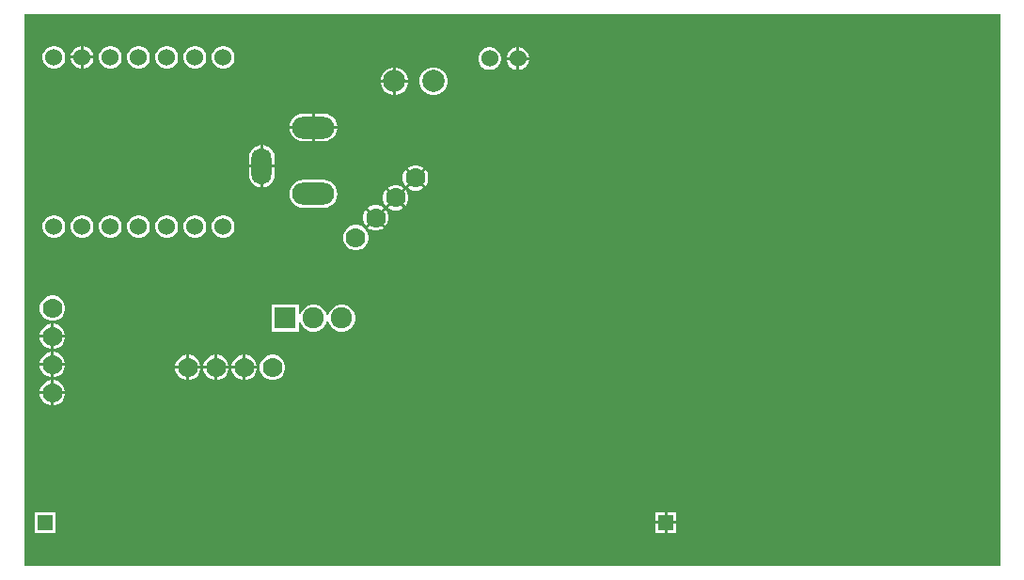
<source format=gbl>
G04*
G04 #@! TF.GenerationSoftware,Altium Limited,Altium Designer,23.6.0 (18)*
G04*
G04 Layer_Physical_Order=2*
G04 Layer_Color=16711680*
%FSLAX44Y44*%
%MOMM*%
G71*
G04*
G04 #@! TF.SameCoordinates,ED8AAE0A-B065-4D16-9A39-343322C78E29*
G04*
G04*
G04 #@! TF.FilePolarity,Positive*
G04*
G01*
G75*
%ADD34C,1.7780*%
%ADD35R,1.9200X1.9200*%
%ADD36C,1.9200*%
%ADD37C,1.5240*%
%ADD38R,1.3700X1.3700*%
%ADD39O,3.8000X2.0000*%
%ADD40O,1.8000X3.3000*%
%ADD41C,2.0000*%
%ADD42C,0.6350*%
G36*
X883820Y5179D02*
X5179D01*
Y502821D01*
X883820D01*
Y5179D01*
D02*
G37*
%LPC*%
G36*
X58488Y473710D02*
X58420D01*
Y464820D01*
X67310D01*
Y464888D01*
X66618Y467472D01*
X65280Y469788D01*
X63388Y471680D01*
X61072Y473018D01*
X58488Y473710D01*
D02*
G37*
G36*
X55880D02*
X55812D01*
X53228Y473018D01*
X50912Y471680D01*
X49020Y469788D01*
X47682Y467472D01*
X46990Y464888D01*
Y464820D01*
X55880D01*
Y473710D01*
D02*
G37*
G36*
X450918Y472440D02*
X450850D01*
Y463550D01*
X459740D01*
Y463618D01*
X459048Y466202D01*
X457710Y468518D01*
X455818Y470410D01*
X453502Y471748D01*
X450918Y472440D01*
D02*
G37*
G36*
X448310D02*
X448242D01*
X445658Y471748D01*
X443342Y470410D01*
X441450Y468518D01*
X440112Y466202D01*
X439420Y463618D01*
Y463550D01*
X448310D01*
Y472440D01*
D02*
G37*
G36*
X185488Y473710D02*
X182812D01*
X180228Y473018D01*
X177912Y471680D01*
X176020Y469788D01*
X174682Y467472D01*
X173990Y464888D01*
Y462212D01*
X174682Y459628D01*
X176020Y457312D01*
X177912Y455420D01*
X180228Y454082D01*
X182812Y453390D01*
X185488D01*
X188072Y454082D01*
X190388Y455420D01*
X192280Y457312D01*
X193618Y459628D01*
X194310Y462212D01*
Y464888D01*
X193618Y467472D01*
X192280Y469788D01*
X190388Y471680D01*
X188072Y473018D01*
X185488Y473710D01*
D02*
G37*
G36*
X160088D02*
X157412D01*
X154828Y473018D01*
X152512Y471680D01*
X150620Y469788D01*
X149282Y467472D01*
X148590Y464888D01*
Y462212D01*
X149282Y459628D01*
X150620Y457312D01*
X152512Y455420D01*
X154828Y454082D01*
X157412Y453390D01*
X160088D01*
X162672Y454082D01*
X164988Y455420D01*
X166880Y457312D01*
X168218Y459628D01*
X168910Y462212D01*
Y464888D01*
X168218Y467472D01*
X166880Y469788D01*
X164988Y471680D01*
X162672Y473018D01*
X160088Y473710D01*
D02*
G37*
G36*
X134688D02*
X132012D01*
X129428Y473018D01*
X127112Y471680D01*
X125220Y469788D01*
X123882Y467472D01*
X123190Y464888D01*
Y462212D01*
X123882Y459628D01*
X125220Y457312D01*
X127112Y455420D01*
X129428Y454082D01*
X132012Y453390D01*
X134688D01*
X137272Y454082D01*
X139588Y455420D01*
X141480Y457312D01*
X142818Y459628D01*
X143510Y462212D01*
Y464888D01*
X142818Y467472D01*
X141480Y469788D01*
X139588Y471680D01*
X137272Y473018D01*
X134688Y473710D01*
D02*
G37*
G36*
X109288D02*
X106612D01*
X104028Y473018D01*
X101712Y471680D01*
X99820Y469788D01*
X98482Y467472D01*
X97790Y464888D01*
Y462212D01*
X98482Y459628D01*
X99820Y457312D01*
X101712Y455420D01*
X104028Y454082D01*
X106612Y453390D01*
X109288D01*
X111872Y454082D01*
X114188Y455420D01*
X116080Y457312D01*
X117418Y459628D01*
X118110Y462212D01*
Y464888D01*
X117418Y467472D01*
X116080Y469788D01*
X114188Y471680D01*
X111872Y473018D01*
X109288Y473710D01*
D02*
G37*
G36*
X83888D02*
X81212D01*
X78628Y473018D01*
X76312Y471680D01*
X74420Y469788D01*
X73082Y467472D01*
X72390Y464888D01*
Y462212D01*
X73082Y459628D01*
X74420Y457312D01*
X76312Y455420D01*
X78628Y454082D01*
X81212Y453390D01*
X83888D01*
X86472Y454082D01*
X88788Y455420D01*
X90680Y457312D01*
X92018Y459628D01*
X92710Y462212D01*
Y464888D01*
X92018Y467472D01*
X90680Y469788D01*
X88788Y471680D01*
X86472Y473018D01*
X83888Y473710D01*
D02*
G37*
G36*
X67310Y462280D02*
X58420D01*
Y453390D01*
X58488D01*
X61072Y454082D01*
X63388Y455420D01*
X65280Y457312D01*
X66618Y459628D01*
X67310Y462212D01*
Y462280D01*
D02*
G37*
G36*
X55880D02*
X46990D01*
Y462212D01*
X47682Y459628D01*
X49020Y457312D01*
X50912Y455420D01*
X53228Y454082D01*
X55812Y453390D01*
X55880D01*
Y462280D01*
D02*
G37*
G36*
X33088Y473710D02*
X30412D01*
X27828Y473018D01*
X25512Y471680D01*
X23620Y469788D01*
X22282Y467472D01*
X21590Y464888D01*
Y462212D01*
X22282Y459628D01*
X23620Y457312D01*
X25512Y455420D01*
X27828Y454082D01*
X30412Y453390D01*
X33088D01*
X35672Y454082D01*
X37988Y455420D01*
X39880Y457312D01*
X41218Y459628D01*
X41910Y462212D01*
Y464888D01*
X41218Y467472D01*
X39880Y469788D01*
X37988Y471680D01*
X35672Y473018D01*
X33088Y473710D01*
D02*
G37*
G36*
X459740Y461010D02*
X450850D01*
Y452120D01*
X450918D01*
X453502Y452812D01*
X455818Y454150D01*
X457710Y456042D01*
X459048Y458358D01*
X459740Y460942D01*
Y461010D01*
D02*
G37*
G36*
X448310D02*
X439420D01*
Y460942D01*
X440112Y458358D01*
X441450Y456042D01*
X443342Y454150D01*
X445658Y452812D01*
X448242Y452120D01*
X448310D01*
Y461010D01*
D02*
G37*
G36*
X425518Y472440D02*
X422842D01*
X420258Y471748D01*
X417942Y470410D01*
X416050Y468518D01*
X414712Y466202D01*
X414020Y463618D01*
Y460942D01*
X414712Y458358D01*
X416050Y456042D01*
X417942Y454150D01*
X420258Y452812D01*
X422842Y452120D01*
X425518D01*
X428102Y452812D01*
X430418Y454150D01*
X432310Y456042D01*
X433648Y458358D01*
X434340Y460942D01*
Y463618D01*
X433648Y466202D01*
X432310Y468518D01*
X430418Y470410D01*
X428102Y471748D01*
X425518Y472440D01*
D02*
G37*
G36*
X340031Y454500D02*
X339650D01*
Y443230D01*
X350920D01*
Y443611D01*
X350066Y446800D01*
X348415Y449660D01*
X346080Y451995D01*
X343221Y453645D01*
X340031Y454500D01*
D02*
G37*
G36*
X337110D02*
X336729D01*
X333540Y453645D01*
X330681Y451995D01*
X328346Y449660D01*
X326695Y446800D01*
X325840Y443611D01*
Y443230D01*
X337110D01*
Y454500D01*
D02*
G37*
G36*
X375031D02*
X371729D01*
X368540Y453645D01*
X365680Y451995D01*
X363345Y449660D01*
X361695Y446800D01*
X360840Y443611D01*
Y440309D01*
X361695Y437120D01*
X363345Y434260D01*
X365680Y431926D01*
X368540Y430275D01*
X371729Y429420D01*
X375031D01*
X378220Y430275D01*
X381080Y431926D01*
X383414Y434260D01*
X385065Y437120D01*
X385920Y440309D01*
Y443611D01*
X385065Y446800D01*
X383414Y449660D01*
X381080Y451995D01*
X378220Y453645D01*
X375031Y454500D01*
D02*
G37*
G36*
X350920Y440690D02*
X339650D01*
Y429420D01*
X340031D01*
X343221Y430275D01*
X346080Y431926D01*
X348415Y434260D01*
X350066Y437120D01*
X350920Y440309D01*
Y440690D01*
D02*
G37*
G36*
X337110D02*
X325840D01*
Y440309D01*
X326695Y437120D01*
X328346Y434260D01*
X330681Y431926D01*
X333540Y430275D01*
X336729Y429420D01*
X337110D01*
Y440690D01*
D02*
G37*
G36*
X274430Y413008D02*
X266700D01*
Y401630D01*
X286911D01*
X286647Y403633D01*
X285384Y406684D01*
X283374Y409304D01*
X280754Y411314D01*
X277704Y412577D01*
X274430Y413008D01*
D02*
G37*
G36*
X264160D02*
X256430D01*
X253156Y412577D01*
X250106Y411314D01*
X247486Y409304D01*
X245476Y406684D01*
X244213Y403633D01*
X243949Y401630D01*
X264160D01*
Y413008D01*
D02*
G37*
G36*
X286911Y399090D02*
X266700D01*
Y387712D01*
X274430D01*
X277704Y388143D01*
X280754Y389406D01*
X283374Y391416D01*
X285384Y394036D01*
X286647Y397086D01*
X286911Y399090D01*
D02*
G37*
G36*
X264160D02*
X243949D01*
X244213Y397086D01*
X245476Y394036D01*
X247486Y391416D01*
X250106Y389406D01*
X253156Y388143D01*
X256430Y387712D01*
X264160D01*
Y399090D01*
D02*
G37*
G36*
X220200Y384333D02*
Y366630D01*
X230570D01*
Y372860D01*
X230173Y375873D01*
X229010Y378680D01*
X227161Y381091D01*
X224750Y382940D01*
X221943Y384103D01*
X220200Y384333D01*
D02*
G37*
G36*
X217660D02*
X215918Y384103D01*
X213110Y382940D01*
X210700Y381091D01*
X208850Y378680D01*
X207687Y375873D01*
X207291Y372860D01*
Y366630D01*
X217660D01*
Y384333D01*
D02*
G37*
G36*
X358916Y366301D02*
X355907D01*
X353000Y365523D01*
X350393Y364018D01*
X350227Y363852D01*
X357411Y356668D01*
X364596Y363852D01*
X364430Y364018D01*
X361823Y365523D01*
X358916Y366301D01*
D02*
G37*
G36*
X366392Y362056D02*
X359208Y354871D01*
X366392Y347687D01*
X366558Y347853D01*
X368063Y350460D01*
X368842Y353367D01*
Y356376D01*
X368063Y359283D01*
X366558Y361890D01*
X366392Y362056D01*
D02*
G37*
G36*
X348431D02*
X348265Y361890D01*
X346760Y359283D01*
X345981Y356376D01*
Y353367D01*
X346760Y350460D01*
X348265Y347853D01*
X348431Y347687D01*
X355616Y354871D01*
X348431Y362056D01*
D02*
G37*
G36*
X230570Y364090D02*
X220200D01*
Y346388D01*
X221943Y346617D01*
X224750Y347780D01*
X227161Y349630D01*
X229010Y352040D01*
X230173Y354848D01*
X230570Y357860D01*
Y364090D01*
D02*
G37*
G36*
X217660D02*
X207291D01*
Y357860D01*
X207687Y354848D01*
X208850Y352040D01*
X210700Y349630D01*
X213110Y347780D01*
X215918Y346617D01*
X217660Y346388D01*
Y364090D01*
D02*
G37*
G36*
X357411Y353075D02*
X350227Y345891D01*
X350393Y345725D01*
X353000Y344221D01*
X355907Y343442D01*
X358916D01*
X361823Y344221D01*
X364430Y345725D01*
X364596Y345891D01*
X357411Y353075D01*
D02*
G37*
G36*
X340956Y348341D02*
X337946D01*
X335039Y347562D01*
X332433Y346057D01*
X332267Y345891D01*
X339451Y338707D01*
X346635Y345891D01*
X346469Y346057D01*
X343863Y347562D01*
X340956Y348341D01*
D02*
G37*
G36*
X348431Y344095D02*
X341247Y336911D01*
X348431Y329727D01*
X348597Y329893D01*
X350102Y332499D01*
X350881Y335406D01*
Y338416D01*
X350102Y341323D01*
X348597Y343929D01*
X348431Y344095D01*
D02*
G37*
G36*
X330471D02*
X330305Y343929D01*
X328800Y341323D01*
X328021Y338416D01*
Y335406D01*
X328800Y332499D01*
X330305Y329893D01*
X330471Y329727D01*
X337655Y336911D01*
X330471Y344095D01*
D02*
G37*
G36*
X274430Y353008D02*
X256430D01*
X253156Y352577D01*
X250106Y351314D01*
X247486Y349304D01*
X245476Y346684D01*
X244213Y343634D01*
X243782Y340360D01*
X244213Y337086D01*
X245476Y334036D01*
X247486Y331416D01*
X250106Y329406D01*
X253156Y328143D01*
X256430Y327712D01*
X274430D01*
X277704Y328143D01*
X280754Y329406D01*
X283374Y331416D01*
X285384Y334036D01*
X286647Y337086D01*
X287078Y340360D01*
X286647Y343634D01*
X285384Y346684D01*
X283374Y349304D01*
X280754Y351314D01*
X277704Y352577D01*
X274430Y353008D01*
D02*
G37*
G36*
X339451Y335115D02*
X332267Y327931D01*
X332433Y327765D01*
X335039Y326260D01*
X337946Y325481D01*
X340956D01*
X343863Y326260D01*
X346469Y327765D01*
X346635Y327931D01*
X339451Y335115D01*
D02*
G37*
G36*
X322995Y330381D02*
X319986D01*
X317079Y329602D01*
X314472Y328097D01*
X314306Y327931D01*
X321491Y320747D01*
X328675Y327931D01*
X328509Y328097D01*
X325902Y329602D01*
X322995Y330381D01*
D02*
G37*
G36*
X330471Y326135D02*
X323287Y318951D01*
X330471Y311766D01*
X330637Y311932D01*
X332142Y314539D01*
X332920Y317446D01*
Y320455D01*
X332142Y323362D01*
X330637Y325969D01*
X330471Y326135D01*
D02*
G37*
G36*
X312510D02*
X312344Y325969D01*
X310840Y323362D01*
X310061Y320455D01*
Y317446D01*
X310840Y314539D01*
X312344Y311932D01*
X312510Y311766D01*
X319694Y318951D01*
X312510Y326135D01*
D02*
G37*
G36*
X321491Y317155D02*
X314306Y309970D01*
X314472Y309804D01*
X317079Y308300D01*
X319986Y307521D01*
X322995D01*
X325902Y308300D01*
X328509Y309804D01*
X328675Y309970D01*
X321491Y317155D01*
D02*
G37*
G36*
X185488Y321310D02*
X182812D01*
X180228Y320618D01*
X177912Y319280D01*
X176020Y317388D01*
X174682Y315072D01*
X173990Y312488D01*
Y309812D01*
X174682Y307228D01*
X176020Y304912D01*
X177912Y303020D01*
X180228Y301682D01*
X182812Y300990D01*
X185488D01*
X188072Y301682D01*
X190388Y303020D01*
X192280Y304912D01*
X193618Y307228D01*
X194310Y309812D01*
Y312488D01*
X193618Y315072D01*
X192280Y317388D01*
X190388Y319280D01*
X188072Y320618D01*
X185488Y321310D01*
D02*
G37*
G36*
X160088D02*
X157412D01*
X154828Y320618D01*
X152512Y319280D01*
X150620Y317388D01*
X149282Y315072D01*
X148590Y312488D01*
Y309812D01*
X149282Y307228D01*
X150620Y304912D01*
X152512Y303020D01*
X154828Y301682D01*
X157412Y300990D01*
X160088D01*
X162672Y301682D01*
X164988Y303020D01*
X166880Y304912D01*
X168218Y307228D01*
X168910Y309812D01*
Y312488D01*
X168218Y315072D01*
X166880Y317388D01*
X164988Y319280D01*
X162672Y320618D01*
X160088Y321310D01*
D02*
G37*
G36*
X134688D02*
X132012D01*
X129428Y320618D01*
X127112Y319280D01*
X125220Y317388D01*
X123882Y315072D01*
X123190Y312488D01*
Y309812D01*
X123882Y307228D01*
X125220Y304912D01*
X127112Y303020D01*
X129428Y301682D01*
X132012Y300990D01*
X134688D01*
X137272Y301682D01*
X139588Y303020D01*
X141480Y304912D01*
X142818Y307228D01*
X143510Y309812D01*
Y312488D01*
X142818Y315072D01*
X141480Y317388D01*
X139588Y319280D01*
X137272Y320618D01*
X134688Y321310D01*
D02*
G37*
G36*
X109288D02*
X106612D01*
X104028Y320618D01*
X101712Y319280D01*
X99820Y317388D01*
X98482Y315072D01*
X97790Y312488D01*
Y309812D01*
X98482Y307228D01*
X99820Y304912D01*
X101712Y303020D01*
X104028Y301682D01*
X106612Y300990D01*
X109288D01*
X111872Y301682D01*
X114188Y303020D01*
X116080Y304912D01*
X117418Y307228D01*
X118110Y309812D01*
Y312488D01*
X117418Y315072D01*
X116080Y317388D01*
X114188Y319280D01*
X111872Y320618D01*
X109288Y321310D01*
D02*
G37*
G36*
X83888D02*
X81212D01*
X78628Y320618D01*
X76312Y319280D01*
X74420Y317388D01*
X73082Y315072D01*
X72390Y312488D01*
Y309812D01*
X73082Y307228D01*
X74420Y304912D01*
X76312Y303020D01*
X78628Y301682D01*
X81212Y300990D01*
X83888D01*
X86472Y301682D01*
X88788Y303020D01*
X90680Y304912D01*
X92018Y307228D01*
X92710Y309812D01*
Y312488D01*
X92018Y315072D01*
X90680Y317388D01*
X88788Y319280D01*
X86472Y320618D01*
X83888Y321310D01*
D02*
G37*
G36*
X58488D02*
X55812D01*
X53228Y320618D01*
X50912Y319280D01*
X49020Y317388D01*
X47682Y315072D01*
X46990Y312488D01*
Y309812D01*
X47682Y307228D01*
X49020Y304912D01*
X50912Y303020D01*
X53228Y301682D01*
X55812Y300990D01*
X58488D01*
X61072Y301682D01*
X63388Y303020D01*
X65280Y304912D01*
X66618Y307228D01*
X67310Y309812D01*
Y312488D01*
X66618Y315072D01*
X65280Y317388D01*
X63388Y319280D01*
X61072Y320618D01*
X58488Y321310D01*
D02*
G37*
G36*
X33088D02*
X30412D01*
X27828Y320618D01*
X25512Y319280D01*
X23620Y317388D01*
X22282Y315072D01*
X21590Y312488D01*
Y309812D01*
X22282Y307228D01*
X23620Y304912D01*
X25512Y303020D01*
X27828Y301682D01*
X30412Y300990D01*
X33088D01*
X35672Y301682D01*
X37988Y303020D01*
X39880Y304912D01*
X41218Y307228D01*
X41910Y309812D01*
Y312488D01*
X41218Y315072D01*
X39880Y317388D01*
X37988Y319280D01*
X35672Y320618D01*
X33088Y321310D01*
D02*
G37*
G36*
X305035Y312420D02*
X302025D01*
X299118Y311641D01*
X296512Y310136D01*
X294384Y308008D01*
X292879Y305402D01*
X292100Y302495D01*
Y299485D01*
X292879Y296578D01*
X294384Y293972D01*
X296512Y291844D01*
X299118Y290339D01*
X302025Y289560D01*
X305035D01*
X307942Y290339D01*
X310548Y291844D01*
X312676Y293972D01*
X314181Y296578D01*
X314960Y299485D01*
Y302495D01*
X314181Y305402D01*
X312676Y308008D01*
X310548Y310136D01*
X307942Y311641D01*
X305035Y312420D01*
D02*
G37*
G36*
X292428Y240740D02*
X289232D01*
X286144Y239913D01*
X283376Y238314D01*
X281116Y236054D01*
X279517Y233286D01*
X278787Y230562D01*
X277473D01*
X276743Y233286D01*
X275144Y236054D01*
X272884Y238314D01*
X270116Y239913D01*
X267028Y240740D01*
X263832D01*
X260744Y239913D01*
X257976Y238314D01*
X255716Y236054D01*
X254117Y233286D01*
X253440Y230758D01*
X252170Y230925D01*
Y240740D01*
X227890D01*
Y216460D01*
X252170D01*
Y226275D01*
X253440Y226442D01*
X254117Y223914D01*
X255716Y221146D01*
X257976Y218886D01*
X260744Y217287D01*
X263832Y216460D01*
X267028D01*
X270116Y217287D01*
X272884Y218886D01*
X275144Y221146D01*
X276743Y223914D01*
X277473Y226638D01*
X278787D01*
X279517Y223914D01*
X281116Y221146D01*
X283376Y218886D01*
X286144Y217287D01*
X289232Y216460D01*
X292428D01*
X295516Y217287D01*
X298284Y218886D01*
X300544Y221146D01*
X302143Y223914D01*
X302970Y227002D01*
Y230198D01*
X302143Y233286D01*
X300544Y236054D01*
X298284Y238314D01*
X295516Y239913D01*
X292428Y240740D01*
D02*
G37*
G36*
X31985Y248920D02*
X28975D01*
X26068Y248141D01*
X23462Y246636D01*
X21334Y244508D01*
X19829Y241902D01*
X19050Y238995D01*
Y235985D01*
X19829Y233078D01*
X21334Y230472D01*
X23462Y228344D01*
X26068Y226839D01*
X28975Y226060D01*
X31985D01*
X34892Y226839D01*
X37498Y228344D01*
X39626Y230472D01*
X41131Y233078D01*
X41910Y235985D01*
Y238995D01*
X41131Y241902D01*
X39626Y244508D01*
X37498Y246636D01*
X34892Y248141D01*
X31985Y248920D01*
D02*
G37*
G36*
Y223520D02*
X31750D01*
Y213360D01*
X41910D01*
Y213595D01*
X41131Y216502D01*
X39626Y219108D01*
X37498Y221236D01*
X34892Y222741D01*
X31985Y223520D01*
D02*
G37*
G36*
X29210D02*
X28975D01*
X26068Y222741D01*
X23462Y221236D01*
X21334Y219108D01*
X19829Y216502D01*
X19050Y213595D01*
Y213360D01*
X29210D01*
Y223520D01*
D02*
G37*
G36*
X41910Y210820D02*
X31750D01*
Y200660D01*
X31985D01*
X34892Y201439D01*
X37498Y202944D01*
X39626Y205072D01*
X41131Y207678D01*
X41910Y210585D01*
Y210820D01*
D02*
G37*
G36*
X29210D02*
X19050D01*
Y210585D01*
X19829Y207678D01*
X21334Y205072D01*
X23462Y202944D01*
X26068Y201439D01*
X28975Y200660D01*
X29210D01*
Y210820D01*
D02*
G37*
G36*
X31985Y198120D02*
X31750D01*
Y187960D01*
X41910D01*
Y188195D01*
X41131Y191102D01*
X39626Y193708D01*
X37498Y195836D01*
X34892Y197341D01*
X31985Y198120D01*
D02*
G37*
G36*
X29210D02*
X28975D01*
X26068Y197341D01*
X23462Y195836D01*
X21334Y193708D01*
X19829Y191102D01*
X19050Y188195D01*
Y187960D01*
X29210D01*
Y198120D01*
D02*
G37*
G36*
X204705Y195580D02*
X204470D01*
Y185420D01*
X214630D01*
Y185655D01*
X213851Y188562D01*
X212346Y191168D01*
X210218Y193296D01*
X207612Y194801D01*
X204705Y195580D01*
D02*
G37*
G36*
X201930D02*
X201695D01*
X198788Y194801D01*
X196182Y193296D01*
X194054Y191168D01*
X192549Y188562D01*
X191770Y185655D01*
Y185420D01*
X201930D01*
Y195580D01*
D02*
G37*
G36*
X153905Y195580D02*
X153670D01*
Y185420D01*
X163830D01*
Y185655D01*
X163051Y188562D01*
X161546Y191168D01*
X159418Y193296D01*
X156812Y194801D01*
X153905Y195580D01*
D02*
G37*
G36*
X151130D02*
X150895D01*
X147988Y194801D01*
X145382Y193296D01*
X143254Y191168D01*
X141749Y188562D01*
X140970Y185655D01*
Y185420D01*
X151130D01*
Y195580D01*
D02*
G37*
G36*
X179305Y195580D02*
X179070D01*
Y185420D01*
X189230D01*
Y185655D01*
X188451Y188562D01*
X186946Y191168D01*
X184818Y193296D01*
X182212Y194801D01*
X179305Y195580D01*
D02*
G37*
G36*
X176530D02*
X176295D01*
X173388Y194801D01*
X170782Y193296D01*
X168654Y191168D01*
X167149Y188562D01*
X166370Y185655D01*
Y185420D01*
X176530D01*
Y195580D01*
D02*
G37*
G36*
X41910Y185420D02*
X31750D01*
Y175260D01*
X31985D01*
X34892Y176039D01*
X37498Y177544D01*
X39626Y179672D01*
X41131Y182278D01*
X41910Y185185D01*
Y185420D01*
D02*
G37*
G36*
X29210D02*
X19050D01*
Y185185D01*
X19829Y182278D01*
X21334Y179672D01*
X23462Y177544D01*
X26068Y176039D01*
X28975Y175260D01*
X29210D01*
Y185420D01*
D02*
G37*
G36*
X214630Y182880D02*
X204470D01*
Y172720D01*
X204705D01*
X207612Y173499D01*
X210218Y175004D01*
X212346Y177132D01*
X213851Y179738D01*
X214630Y182645D01*
Y182880D01*
D02*
G37*
G36*
X201930D02*
X191770D01*
Y182645D01*
X192549Y179738D01*
X194054Y177132D01*
X196182Y175004D01*
X198788Y173499D01*
X201695Y172720D01*
X201930D01*
Y182880D01*
D02*
G37*
G36*
X230105Y195580D02*
X227095D01*
X224188Y194801D01*
X221582Y193296D01*
X219454Y191168D01*
X217949Y188562D01*
X217170Y185655D01*
Y182645D01*
X217949Y179738D01*
X219454Y177132D01*
X221582Y175004D01*
X224188Y173499D01*
X227095Y172720D01*
X230105D01*
X233012Y173499D01*
X235618Y175004D01*
X237746Y177132D01*
X239251Y179738D01*
X240030Y182645D01*
Y185655D01*
X239251Y188562D01*
X237746Y191168D01*
X235618Y193296D01*
X233012Y194801D01*
X230105Y195580D01*
D02*
G37*
G36*
X163830Y182880D02*
X153670D01*
Y172720D01*
X153905D01*
X156812Y173499D01*
X159418Y175004D01*
X161546Y177132D01*
X163051Y179738D01*
X163830Y182645D01*
Y182880D01*
D02*
G37*
G36*
X151130D02*
X140970D01*
Y182645D01*
X141749Y179738D01*
X143254Y177132D01*
X145382Y175004D01*
X147988Y173499D01*
X150895Y172720D01*
X151130D01*
Y182880D01*
D02*
G37*
G36*
X189230Y182880D02*
X179070D01*
Y172720D01*
X179305D01*
X182212Y173499D01*
X184818Y175004D01*
X186946Y177132D01*
X188451Y179738D01*
X189230Y182645D01*
Y182880D01*
D02*
G37*
G36*
X176530D02*
X166370D01*
Y182645D01*
X167149Y179738D01*
X168654Y177132D01*
X170782Y175004D01*
X173388Y173499D01*
X176295Y172720D01*
X176530D01*
Y182880D01*
D02*
G37*
G36*
X31985Y172720D02*
X31750D01*
Y162560D01*
X41910D01*
Y162795D01*
X41131Y165702D01*
X39626Y168308D01*
X37498Y170436D01*
X34892Y171941D01*
X31985Y172720D01*
D02*
G37*
G36*
X29210D02*
X28975D01*
X26068Y171941D01*
X23462Y170436D01*
X21334Y168308D01*
X19829Y165702D01*
X19050Y162795D01*
Y162560D01*
X29210D01*
Y172720D01*
D02*
G37*
G36*
X41910Y160020D02*
X31750D01*
Y149860D01*
X31985D01*
X34892Y150639D01*
X37498Y152144D01*
X39626Y154272D01*
X41131Y156878D01*
X41910Y159785D01*
Y160020D01*
D02*
G37*
G36*
X29210D02*
X19050D01*
Y159785D01*
X19829Y156878D01*
X21334Y154272D01*
X23462Y152144D01*
X26068Y150639D01*
X28975Y149860D01*
X29210D01*
Y160020D01*
D02*
G37*
G36*
X592320Y53840D02*
X584200D01*
Y45720D01*
X592320D01*
Y53840D01*
D02*
G37*
G36*
X581660D02*
X573540D01*
Y45720D01*
X581660D01*
Y53840D01*
D02*
G37*
G36*
X592320Y43180D02*
X584200D01*
Y35060D01*
X592320D01*
Y43180D01*
D02*
G37*
G36*
X581660D02*
X573540D01*
Y35060D01*
X581660D01*
Y43180D01*
D02*
G37*
G36*
X33520Y53840D02*
X14740D01*
Y35060D01*
X33520D01*
Y53840D01*
D02*
G37*
%LPD*%
D34*
X177800Y184150D02*
D03*
X152400Y184150D02*
D03*
X228600D02*
D03*
X203200Y184150D02*
D03*
X339451Y336911D02*
D03*
X357411Y354871D02*
D03*
X303530Y300990D02*
D03*
X321491Y318951D02*
D03*
X30480Y212090D02*
D03*
Y237490D02*
D03*
Y161290D02*
D03*
Y186690D02*
D03*
D35*
X240030Y228600D02*
D03*
D36*
X265430D02*
D03*
X290830D02*
D03*
D37*
X31750Y463550D02*
D03*
X57150D02*
D03*
X82550D02*
D03*
X107950D02*
D03*
X133350D02*
D03*
X158750D02*
D03*
X184150D02*
D03*
X31750Y311150D02*
D03*
X57150D02*
D03*
X82550D02*
D03*
X107950D02*
D03*
X133350D02*
D03*
X158750D02*
D03*
X184150D02*
D03*
X424180Y462280D02*
D03*
X449580D02*
D03*
D38*
X582930Y44450D02*
D03*
X24130D02*
D03*
D39*
X265430Y340360D02*
D03*
Y400360D02*
D03*
D40*
X218930Y365360D02*
D03*
D41*
X338380Y441960D02*
D03*
X373380D02*
D03*
D42*
X106680Y203200D02*
D03*
X50800Y170180D02*
D03*
X58420Y189230D02*
D03*
X207010Y223520D02*
D03*
X116840Y261620D02*
D03*
M02*

</source>
